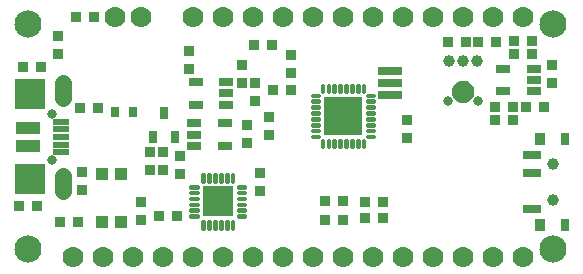
<source format=gbr>
G04 EAGLE Gerber RS-274X export*
G75*
%MOMM*%
%FSLAX34Y34*%
%LPD*%
%INSoldermask Top*%
%IPPOS*%
%AMOC8*
5,1,8,0,0,1.08239X$1,22.5*%
G01*
%ADD10C,2.301600*%
%ADD11R,0.901600X0.901600*%
%ADD12R,1.301600X0.651600*%
%ADD13R,0.701600X0.901600*%
%ADD14C,1.778000*%
%ADD15R,1.001600X1.001600*%
%ADD16C,0.240406*%
%ADD17R,2.601600X2.601600*%
%ADD18R,1.450000X0.500000*%
%ADD19R,2.101600X1.101600*%
%ADD20C,1.409600*%
%ADD21R,2.514600X2.514600*%
%ADD22C,0.801600*%
%ADD23R,0.736600X1.117600*%
%ADD24R,2.101600X0.801600*%
%ADD25C,0.225022*%
%ADD26R,3.301600X3.301600*%
%ADD27C,0.500000*%
%ADD28C,1.001600*%
%ADD29R,1.601600X0.801600*%
%ADD30R,0.701600X1.101600*%
%ADD31R,0.901600X1.101600*%


D10*
X463550Y19050D03*
X463550Y209550D03*
X19050Y19050D03*
X19050Y209550D03*
D11*
X200260Y160070D03*
X200260Y175310D03*
D12*
X186991Y141630D03*
X186991Y151130D03*
X186991Y160630D03*
X160989Y160630D03*
X160989Y141630D03*
D13*
X92830Y135255D03*
X107830Y135255D03*
D14*
X438150Y12700D03*
X412750Y12700D03*
X387350Y12700D03*
X361950Y12700D03*
X336550Y12700D03*
X311150Y12700D03*
X285750Y12700D03*
X260350Y12700D03*
X234950Y12700D03*
X209550Y12700D03*
X184150Y12700D03*
X158750Y12700D03*
X133350Y12700D03*
X107950Y12700D03*
X82550Y12700D03*
X57150Y12700D03*
X158750Y215900D03*
X184150Y215900D03*
X209550Y215900D03*
X234950Y215900D03*
X260350Y215900D03*
X285750Y215900D03*
X311150Y215900D03*
X336550Y215900D03*
X361950Y215900D03*
X387350Y215900D03*
X412750Y215900D03*
X438150Y215900D03*
D12*
X159719Y125705D03*
X159719Y116205D03*
X159719Y106705D03*
X185721Y106705D03*
X185721Y125705D03*
D11*
X11550Y55880D03*
X26550Y55880D03*
X45720Y41910D03*
X60960Y41910D03*
X154940Y186690D03*
X154940Y171450D03*
D15*
X97535Y42365D03*
X97535Y83365D03*
X81535Y42365D03*
X81535Y83365D03*
D11*
X29725Y173355D03*
X14725Y173355D03*
X44450Y199390D03*
X44450Y184150D03*
D16*
X156399Y72896D02*
X163011Y72896D01*
X163011Y71484D01*
X156399Y71484D01*
X156399Y72896D01*
X156399Y67896D02*
X163011Y67896D01*
X163011Y66484D01*
X156399Y66484D01*
X156399Y67896D01*
X156399Y62896D02*
X163011Y62896D01*
X163011Y61484D01*
X156399Y61484D01*
X156399Y62896D01*
X156399Y57896D02*
X163011Y57896D01*
X163011Y56484D01*
X156399Y56484D01*
X156399Y57896D01*
X156399Y52896D02*
X163011Y52896D01*
X163011Y51484D01*
X156399Y51484D01*
X156399Y52896D01*
X156399Y47896D02*
X163011Y47896D01*
X163011Y46484D01*
X156399Y46484D01*
X156399Y47896D01*
X167911Y42996D02*
X167911Y36384D01*
X166499Y36384D01*
X166499Y42996D01*
X167911Y42996D01*
X167911Y38668D02*
X166499Y38668D01*
X166499Y40952D02*
X167911Y40952D01*
X172911Y42996D02*
X172911Y36384D01*
X171499Y36384D01*
X171499Y42996D01*
X172911Y42996D01*
X172911Y38668D02*
X171499Y38668D01*
X171499Y40952D02*
X172911Y40952D01*
X177911Y42996D02*
X177911Y36384D01*
X176499Y36384D01*
X176499Y42996D01*
X177911Y42996D01*
X177911Y38668D02*
X176499Y38668D01*
X176499Y40952D02*
X177911Y40952D01*
X182911Y42996D02*
X182911Y36384D01*
X181499Y36384D01*
X181499Y42996D01*
X182911Y42996D01*
X182911Y38668D02*
X181499Y38668D01*
X181499Y40952D02*
X182911Y40952D01*
X187911Y42996D02*
X187911Y36384D01*
X186499Y36384D01*
X186499Y42996D01*
X187911Y42996D01*
X187911Y38668D02*
X186499Y38668D01*
X186499Y40952D02*
X187911Y40952D01*
X192911Y42996D02*
X192911Y36384D01*
X191499Y36384D01*
X191499Y42996D01*
X192911Y42996D01*
X192911Y38668D02*
X191499Y38668D01*
X191499Y40952D02*
X192911Y40952D01*
X196399Y46484D02*
X203011Y46484D01*
X196399Y46484D02*
X196399Y47896D01*
X203011Y47896D01*
X203011Y46484D01*
X203011Y51484D02*
X196399Y51484D01*
X196399Y52896D01*
X203011Y52896D01*
X203011Y51484D01*
X203011Y56484D02*
X196399Y56484D01*
X196399Y57896D01*
X203011Y57896D01*
X203011Y56484D01*
X203011Y61484D02*
X196399Y61484D01*
X196399Y62896D01*
X203011Y62896D01*
X203011Y61484D01*
X203011Y66484D02*
X196399Y66484D01*
X196399Y67896D01*
X203011Y67896D01*
X203011Y66484D01*
X203011Y71484D02*
X196399Y71484D01*
X196399Y72896D01*
X203011Y72896D01*
X203011Y71484D01*
X191499Y76384D02*
X191499Y82996D01*
X192911Y82996D01*
X192911Y76384D01*
X191499Y76384D01*
X191499Y78668D02*
X192911Y78668D01*
X192911Y80952D02*
X191499Y80952D01*
X186499Y82996D02*
X186499Y76384D01*
X186499Y82996D02*
X187911Y82996D01*
X187911Y76384D01*
X186499Y76384D01*
X186499Y78668D02*
X187911Y78668D01*
X187911Y80952D02*
X186499Y80952D01*
X181499Y82996D02*
X181499Y76384D01*
X181499Y82996D02*
X182911Y82996D01*
X182911Y76384D01*
X181499Y76384D01*
X181499Y78668D02*
X182911Y78668D01*
X182911Y80952D02*
X181499Y80952D01*
X176499Y82996D02*
X176499Y76384D01*
X176499Y82996D02*
X177911Y82996D01*
X177911Y76384D01*
X176499Y76384D01*
X176499Y78668D02*
X177911Y78668D01*
X177911Y80952D02*
X176499Y80952D01*
X171499Y82996D02*
X171499Y76384D01*
X171499Y82996D02*
X172911Y82996D01*
X172911Y76384D01*
X171499Y76384D01*
X171499Y78668D02*
X172911Y78668D01*
X172911Y80952D02*
X171499Y80952D01*
X166499Y82996D02*
X166499Y76384D01*
X166499Y82996D02*
X167911Y82996D01*
X167911Y76384D01*
X166499Y76384D01*
X166499Y78668D02*
X167911Y78668D01*
X167911Y80952D02*
X166499Y80952D01*
D17*
X179705Y59690D03*
D18*
X47120Y127300D03*
X47120Y120800D03*
X47120Y114300D03*
X47120Y107800D03*
X47120Y101300D03*
D19*
X19370Y121800D03*
X19370Y106800D03*
D20*
X48370Y147300D02*
X48370Y160380D01*
X48370Y81300D02*
X48370Y68220D01*
D21*
X20370Y150300D03*
X20370Y78300D03*
D22*
X39370Y133800D03*
X39370Y94800D03*
D11*
X225425Y192405D03*
X210185Y192405D03*
X64770Y69723D03*
X64770Y84963D03*
D23*
X124485Y114460D03*
X143485Y114460D03*
X133985Y134460D03*
D11*
X211455Y160020D03*
X211455Y144780D03*
X285630Y43815D03*
X270630Y43815D03*
X285630Y60325D03*
X270630Y60325D03*
X114300Y59055D03*
X114300Y43815D03*
X204470Y109220D03*
X204470Y124460D03*
X339725Y113030D03*
X339725Y128270D03*
D24*
X325755Y149766D03*
X325755Y159766D03*
X325755Y169766D03*
D11*
X226060Y154305D03*
X241300Y154305D03*
X241935Y183515D03*
X241935Y168275D03*
D25*
X306367Y115213D02*
X312133Y115213D01*
X312133Y113947D01*
X306367Y113947D01*
X306367Y115213D01*
X306367Y120213D02*
X312133Y120213D01*
X312133Y118947D01*
X306367Y118947D01*
X306367Y120213D01*
X306367Y125213D02*
X312133Y125213D01*
X312133Y123947D01*
X306367Y123947D01*
X306367Y125213D01*
X306367Y130213D02*
X312133Y130213D01*
X312133Y128947D01*
X306367Y128947D01*
X306367Y130213D01*
X306367Y135213D02*
X312133Y135213D01*
X312133Y133947D01*
X306367Y133947D01*
X306367Y135213D01*
X306367Y140213D02*
X312133Y140213D01*
X312133Y138947D01*
X306367Y138947D01*
X306367Y140213D01*
X306367Y145213D02*
X312133Y145213D01*
X312133Y143947D01*
X306367Y143947D01*
X306367Y145213D01*
X306367Y150213D02*
X312133Y150213D01*
X312133Y148947D01*
X306367Y148947D01*
X306367Y150213D01*
X303883Y158463D02*
X302617Y158463D01*
X303883Y158463D02*
X303883Y152697D01*
X302617Y152697D01*
X302617Y158463D01*
X302617Y154834D02*
X303883Y154834D01*
X303883Y156971D02*
X302617Y156971D01*
X298883Y158463D02*
X297617Y158463D01*
X298883Y158463D02*
X298883Y152697D01*
X297617Y152697D01*
X297617Y158463D01*
X297617Y154834D02*
X298883Y154834D01*
X298883Y156971D02*
X297617Y156971D01*
X293883Y158463D02*
X292617Y158463D01*
X293883Y158463D02*
X293883Y152697D01*
X292617Y152697D01*
X292617Y158463D01*
X292617Y154834D02*
X293883Y154834D01*
X293883Y156971D02*
X292617Y156971D01*
X288883Y158463D02*
X287617Y158463D01*
X288883Y158463D02*
X288883Y152697D01*
X287617Y152697D01*
X287617Y158463D01*
X287617Y154834D02*
X288883Y154834D01*
X288883Y156971D02*
X287617Y156971D01*
X283883Y158463D02*
X282617Y158463D01*
X283883Y158463D02*
X283883Y152697D01*
X282617Y152697D01*
X282617Y158463D01*
X282617Y154834D02*
X283883Y154834D01*
X283883Y156971D02*
X282617Y156971D01*
X278883Y158463D02*
X277617Y158463D01*
X278883Y158463D02*
X278883Y152697D01*
X277617Y152697D01*
X277617Y158463D01*
X277617Y154834D02*
X278883Y154834D01*
X278883Y156971D02*
X277617Y156971D01*
X273883Y158463D02*
X272617Y158463D01*
X273883Y158463D02*
X273883Y152697D01*
X272617Y152697D01*
X272617Y158463D01*
X272617Y154834D02*
X273883Y154834D01*
X273883Y156971D02*
X272617Y156971D01*
X268883Y158463D02*
X267617Y158463D01*
X268883Y158463D02*
X268883Y152697D01*
X267617Y152697D01*
X267617Y158463D01*
X267617Y154834D02*
X268883Y154834D01*
X268883Y156971D02*
X267617Y156971D01*
X265133Y150213D02*
X259367Y150213D01*
X265133Y150213D02*
X265133Y148947D01*
X259367Y148947D01*
X259367Y150213D01*
X259367Y145213D02*
X265133Y145213D01*
X265133Y143947D01*
X259367Y143947D01*
X259367Y145213D01*
X259367Y140213D02*
X265133Y140213D01*
X265133Y138947D01*
X259367Y138947D01*
X259367Y140213D01*
X259367Y135213D02*
X265133Y135213D01*
X265133Y133947D01*
X259367Y133947D01*
X259367Y135213D01*
X259367Y130213D02*
X265133Y130213D01*
X265133Y128947D01*
X259367Y128947D01*
X259367Y130213D01*
X259367Y125213D02*
X265133Y125213D01*
X265133Y123947D01*
X259367Y123947D01*
X259367Y125213D01*
X259367Y120213D02*
X265133Y120213D01*
X265133Y118947D01*
X259367Y118947D01*
X259367Y120213D01*
X259367Y115213D02*
X265133Y115213D01*
X265133Y113947D01*
X259367Y113947D01*
X259367Y115213D01*
X267617Y111463D02*
X268883Y111463D01*
X268883Y105697D01*
X267617Y105697D01*
X267617Y111463D01*
X267617Y107834D02*
X268883Y107834D01*
X268883Y109971D02*
X267617Y109971D01*
X272617Y111463D02*
X273883Y111463D01*
X273883Y105697D01*
X272617Y105697D01*
X272617Y111463D01*
X272617Y107834D02*
X273883Y107834D01*
X273883Y109971D02*
X272617Y109971D01*
X277617Y111463D02*
X278883Y111463D01*
X278883Y105697D01*
X277617Y105697D01*
X277617Y111463D01*
X277617Y107834D02*
X278883Y107834D01*
X278883Y109971D02*
X277617Y109971D01*
X282617Y111463D02*
X283883Y111463D01*
X283883Y105697D01*
X282617Y105697D01*
X282617Y111463D01*
X282617Y107834D02*
X283883Y107834D01*
X283883Y109971D02*
X282617Y109971D01*
X287617Y111463D02*
X288883Y111463D01*
X288883Y105697D01*
X287617Y105697D01*
X287617Y111463D01*
X287617Y107834D02*
X288883Y107834D01*
X288883Y109971D02*
X287617Y109971D01*
X292617Y111463D02*
X293883Y111463D01*
X293883Y105697D01*
X292617Y105697D01*
X292617Y111463D01*
X292617Y107834D02*
X293883Y107834D01*
X293883Y109971D02*
X292617Y109971D01*
X297617Y111463D02*
X298883Y111463D01*
X298883Y105697D01*
X297617Y105697D01*
X297617Y111463D01*
X297617Y107834D02*
X298883Y107834D01*
X298883Y109971D02*
X297617Y109971D01*
X302617Y111463D02*
X303883Y111463D01*
X303883Y105697D01*
X302617Y105697D01*
X302617Y111463D01*
X302617Y107834D02*
X303883Y107834D01*
X303883Y109971D02*
X302617Y109971D01*
D26*
X285750Y132080D03*
D11*
X215265Y68580D03*
X215265Y83820D03*
X62865Y138430D03*
X78105Y138430D03*
X223317Y130921D03*
X223317Y115681D03*
X304165Y59055D03*
X319405Y59055D03*
X304165Y45720D03*
X319405Y45720D03*
X145415Y46990D03*
X130175Y46990D03*
X121920Y86360D03*
X121920Y101600D03*
X133350Y86360D03*
X133350Y101600D03*
X147320Y97790D03*
X147320Y82550D03*
D12*
X447341Y153060D03*
X447341Y162560D03*
X447341Y172060D03*
X421339Y172060D03*
X421339Y153060D03*
D27*
X380350Y152400D02*
X380352Y152572D01*
X380358Y152743D01*
X380369Y152915D01*
X380384Y153086D01*
X380403Y153257D01*
X380426Y153427D01*
X380453Y153597D01*
X380485Y153766D01*
X380520Y153934D01*
X380560Y154101D01*
X380604Y154267D01*
X380651Y154432D01*
X380703Y154596D01*
X380759Y154758D01*
X380819Y154919D01*
X380883Y155079D01*
X380951Y155237D01*
X381022Y155393D01*
X381097Y155547D01*
X381177Y155700D01*
X381259Y155850D01*
X381346Y155999D01*
X381436Y156145D01*
X381530Y156289D01*
X381627Y156431D01*
X381728Y156570D01*
X381832Y156707D01*
X381939Y156841D01*
X382050Y156972D01*
X382163Y157101D01*
X382280Y157227D01*
X382400Y157350D01*
X382523Y157470D01*
X382649Y157587D01*
X382778Y157700D01*
X382909Y157811D01*
X383043Y157918D01*
X383180Y158022D01*
X383319Y158123D01*
X383461Y158220D01*
X383605Y158314D01*
X383751Y158404D01*
X383900Y158491D01*
X384050Y158573D01*
X384203Y158653D01*
X384357Y158728D01*
X384513Y158799D01*
X384671Y158867D01*
X384831Y158931D01*
X384992Y158991D01*
X385154Y159047D01*
X385318Y159099D01*
X385483Y159146D01*
X385649Y159190D01*
X385816Y159230D01*
X385984Y159265D01*
X386153Y159297D01*
X386323Y159324D01*
X386493Y159347D01*
X386664Y159366D01*
X386835Y159381D01*
X387007Y159392D01*
X387178Y159398D01*
X387350Y159400D01*
X387522Y159398D01*
X387693Y159392D01*
X387865Y159381D01*
X388036Y159366D01*
X388207Y159347D01*
X388377Y159324D01*
X388547Y159297D01*
X388716Y159265D01*
X388884Y159230D01*
X389051Y159190D01*
X389217Y159146D01*
X389382Y159099D01*
X389546Y159047D01*
X389708Y158991D01*
X389869Y158931D01*
X390029Y158867D01*
X390187Y158799D01*
X390343Y158728D01*
X390497Y158653D01*
X390650Y158573D01*
X390800Y158491D01*
X390949Y158404D01*
X391095Y158314D01*
X391239Y158220D01*
X391381Y158123D01*
X391520Y158022D01*
X391657Y157918D01*
X391791Y157811D01*
X391922Y157700D01*
X392051Y157587D01*
X392177Y157470D01*
X392300Y157350D01*
X392420Y157227D01*
X392537Y157101D01*
X392650Y156972D01*
X392761Y156841D01*
X392868Y156707D01*
X392972Y156570D01*
X393073Y156431D01*
X393170Y156289D01*
X393264Y156145D01*
X393354Y155999D01*
X393441Y155850D01*
X393523Y155700D01*
X393603Y155547D01*
X393678Y155393D01*
X393749Y155237D01*
X393817Y155079D01*
X393881Y154919D01*
X393941Y154758D01*
X393997Y154596D01*
X394049Y154432D01*
X394096Y154267D01*
X394140Y154101D01*
X394180Y153934D01*
X394215Y153766D01*
X394247Y153597D01*
X394274Y153427D01*
X394297Y153257D01*
X394316Y153086D01*
X394331Y152915D01*
X394342Y152743D01*
X394348Y152572D01*
X394350Y152400D01*
X394348Y152228D01*
X394342Y152057D01*
X394331Y151885D01*
X394316Y151714D01*
X394297Y151543D01*
X394274Y151373D01*
X394247Y151203D01*
X394215Y151034D01*
X394180Y150866D01*
X394140Y150699D01*
X394096Y150533D01*
X394049Y150368D01*
X393997Y150204D01*
X393941Y150042D01*
X393881Y149881D01*
X393817Y149721D01*
X393749Y149563D01*
X393678Y149407D01*
X393603Y149253D01*
X393523Y149100D01*
X393441Y148950D01*
X393354Y148801D01*
X393264Y148655D01*
X393170Y148511D01*
X393073Y148369D01*
X392972Y148230D01*
X392868Y148093D01*
X392761Y147959D01*
X392650Y147828D01*
X392537Y147699D01*
X392420Y147573D01*
X392300Y147450D01*
X392177Y147330D01*
X392051Y147213D01*
X391922Y147100D01*
X391791Y146989D01*
X391657Y146882D01*
X391520Y146778D01*
X391381Y146677D01*
X391239Y146580D01*
X391095Y146486D01*
X390949Y146396D01*
X390800Y146309D01*
X390650Y146227D01*
X390497Y146147D01*
X390343Y146072D01*
X390187Y146001D01*
X390029Y145933D01*
X389869Y145869D01*
X389708Y145809D01*
X389546Y145753D01*
X389382Y145701D01*
X389217Y145654D01*
X389051Y145610D01*
X388884Y145570D01*
X388716Y145535D01*
X388547Y145503D01*
X388377Y145476D01*
X388207Y145453D01*
X388036Y145434D01*
X387865Y145419D01*
X387693Y145408D01*
X387522Y145402D01*
X387350Y145400D01*
X387178Y145402D01*
X387007Y145408D01*
X386835Y145419D01*
X386664Y145434D01*
X386493Y145453D01*
X386323Y145476D01*
X386153Y145503D01*
X385984Y145535D01*
X385816Y145570D01*
X385649Y145610D01*
X385483Y145654D01*
X385318Y145701D01*
X385154Y145753D01*
X384992Y145809D01*
X384831Y145869D01*
X384671Y145933D01*
X384513Y146001D01*
X384357Y146072D01*
X384203Y146147D01*
X384050Y146227D01*
X383900Y146309D01*
X383751Y146396D01*
X383605Y146486D01*
X383461Y146580D01*
X383319Y146677D01*
X383180Y146778D01*
X383043Y146882D01*
X382909Y146989D01*
X382778Y147100D01*
X382649Y147213D01*
X382523Y147330D01*
X382400Y147450D01*
X382280Y147573D01*
X382163Y147699D01*
X382050Y147828D01*
X381939Y147959D01*
X381832Y148093D01*
X381728Y148230D01*
X381627Y148369D01*
X381530Y148511D01*
X381436Y148655D01*
X381346Y148801D01*
X381259Y148950D01*
X381177Y149100D01*
X381097Y149253D01*
X381022Y149407D01*
X380951Y149563D01*
X380883Y149721D01*
X380819Y149881D01*
X380759Y150042D01*
X380703Y150204D01*
X380651Y150368D01*
X380604Y150533D01*
X380560Y150699D01*
X380520Y150866D01*
X380485Y151034D01*
X380453Y151203D01*
X380426Y151373D01*
X380403Y151543D01*
X380384Y151714D01*
X380369Y151885D01*
X380358Y152057D01*
X380352Y152228D01*
X380350Y152400D01*
D28*
X375350Y178600D03*
D22*
X400350Y144400D03*
X374350Y144400D03*
D28*
X399350Y178600D03*
X387350Y178600D03*
X387350Y152400D03*
D11*
X374650Y194310D03*
X389890Y194310D03*
X400050Y194310D03*
X415290Y194310D03*
X429260Y139700D03*
X414020Y139700D03*
X455930Y139700D03*
X440690Y139700D03*
X430530Y184150D03*
X445770Y184150D03*
X462280Y175260D03*
X462280Y160020D03*
X430530Y195580D03*
X445770Y195580D03*
X414020Y128270D03*
X429260Y128270D03*
D29*
X446050Y98700D03*
X446050Y83700D03*
X446050Y53700D03*
D30*
X473550Y112700D03*
D31*
X452550Y112700D03*
D30*
X473550Y39700D03*
D31*
X452550Y39700D03*
D28*
X463550Y91200D03*
X463550Y61200D03*
D14*
X92710Y215900D03*
D11*
X74930Y215900D03*
X59690Y215900D03*
D14*
X114300Y215900D03*
M02*

</source>
